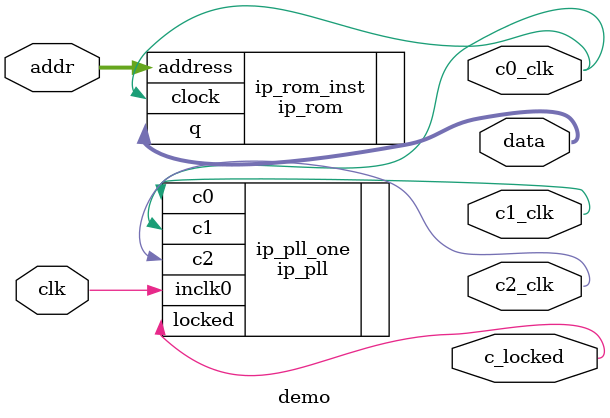
<source format=v>
module demo(clk,addr,c_locked,c0_clk,c1_clk,c2_clk,data);
input clk;
input wire[7:0] addr;
output c_locked;
output c0_clk;
output c1_clk;
output c2_clk;
output wire[7:0] data;
ip_pll	ip_pll_one (
	.inclk0 ( clk ),
	.c0 ( c0_clk ),
	.c1 ( c1_clk ),
	.c2 ( c2_clk ),
	.locked ( c_locked )
	);
	
ip_rom	ip_rom_inst (
	.address ( addr ),
	.clock ( c0_clk ),
	.q ( data )
	);
endmodule

</source>
